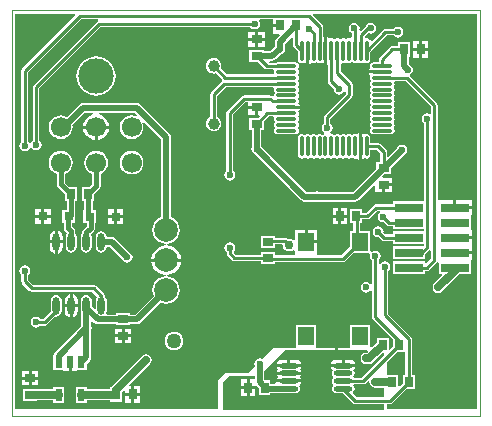
<source format=gtl>
G04 Layer_Physical_Order=1*
G04 Layer_Color=255*
%FSLAX24Y24*%
%MOIN*%
G70*
G01*
G75*
%ADD10R,0.0276X0.0354*%
%ADD11R,0.0354X0.0276*%
%ADD12R,0.0236X0.0394*%
%ADD13O,0.0709X0.0118*%
%ADD14O,0.0118X0.0709*%
%ADD15R,0.0315X0.0315*%
%ADD16R,0.0945X0.0299*%
%ADD17R,0.0551X0.0610*%
%ADD18O,0.0236X0.0591*%
%ADD19O,0.0630X0.0189*%
%ADD20C,0.0250*%
%ADD21C,0.0200*%
%ADD22C,0.0150*%
%ADD23C,0.0100*%
%ADD24C,0.0098*%
%ADD25C,0.0098*%
%ADD26C,0.0005*%
%ADD27C,0.0394*%
%ADD28C,0.0669*%
%ADD29C,0.1181*%
%ADD30C,0.0787*%
%ADD31C,0.0500*%
%ADD32C,0.0236*%
%ADD33C,0.0240*%
%ADD34C,0.0300*%
G36*
X17580Y8580D02*
Y2050D01*
X14600D01*
Y2228D01*
X14686D01*
X14686Y2228D01*
X14729Y2236D01*
X14765Y2261D01*
X15237Y2733D01*
X15513D01*
Y3207D01*
X15428D01*
Y4394D01*
X15428Y4394D01*
X15419Y4437D01*
X15395Y4474D01*
X15395Y4474D01*
X14622Y5246D01*
Y6671D01*
X14638Y6682D01*
X14678Y6741D01*
X14692Y6810D01*
X14678Y6879D01*
X14638Y6938D01*
X14579Y6978D01*
X14510Y6992D01*
X14441Y6978D01*
X14382Y6938D01*
X14362Y6909D01*
X14312Y6924D01*
Y7021D01*
X14328Y7032D01*
X14368Y7091D01*
X14382Y7160D01*
X14368Y7229D01*
X14328Y7288D01*
X14269Y7328D01*
X14200Y7342D01*
X14131Y7328D01*
X14086Y7298D01*
X14040Y7316D01*
X14036Y7320D01*
Y8005D01*
X13692D01*
Y8258D01*
X13758D01*
Y8383D01*
X13935D01*
X13935Y8383D01*
X13978Y8391D01*
X14015Y8415D01*
X14267Y8668D01*
X14346D01*
X14361Y8618D01*
X14332Y8598D01*
X14292Y8539D01*
X14278Y8470D01*
X14292Y8401D01*
X14332Y8342D01*
X14391Y8302D01*
X14460Y8288D01*
X14479Y8292D01*
X14571Y8201D01*
X14571Y8201D01*
X14607Y8176D01*
X14650Y8168D01*
X14650Y8168D01*
X14778D01*
Y8070D01*
X15818D01*
Y7990D01*
X14778D01*
Y7892D01*
X14536D01*
X14468Y7961D01*
X14472Y7980D01*
X14458Y8049D01*
X14418Y8108D01*
X14359Y8148D01*
X14290Y8162D01*
X14221Y8148D01*
X14162Y8108D01*
X14122Y8049D01*
X14108Y7980D01*
X14122Y7911D01*
X14162Y7852D01*
X14221Y7812D01*
X14290Y7798D01*
X14309Y7802D01*
X14411Y7701D01*
X14411Y7701D01*
X14447Y7676D01*
X14490Y7668D01*
X14490Y7668D01*
X14778D01*
Y7570D01*
X15818D01*
Y7506D01*
X15801Y7490D01*
X14778D01*
Y7070D01*
X15842D01*
Y7214D01*
X15996Y7367D01*
X16046Y7348D01*
Y7075D01*
X15892Y6921D01*
X15842Y6942D01*
Y6990D01*
X14778D01*
Y6570D01*
X15842D01*
Y6668D01*
X15910D01*
X15910Y6668D01*
X15953Y6676D01*
X15989Y6701D01*
X16237Y6949D01*
X16237Y6949D01*
X16261Y6984D01*
X16263Y6984D01*
X16265Y6984D01*
X16294Y6966D01*
X16313Y6940D01*
Y6570D01*
X16418D01*
X16437Y6524D01*
X16167Y6253D01*
X16126Y6192D01*
X16111Y6120D01*
X16126Y6048D01*
X16167Y5987D01*
X16228Y5946D01*
X16300Y5931D01*
X16372Y5946D01*
X16433Y5987D01*
X16973Y6527D01*
X17003Y6570D01*
X17378D01*
Y6982D01*
X17378Y6990D01*
X17396Y7032D01*
X17416D01*
Y7230D01*
X16845D01*
Y7330D01*
X17416D01*
Y7482D01*
X17416Y7528D01*
X17416Y7578D01*
Y7730D01*
X16845D01*
Y7830D01*
X17416D01*
Y8028D01*
X17396D01*
X17378Y8070D01*
X17378Y8078D01*
Y8482D01*
X17378Y8490D01*
X17396Y8532D01*
X17416D01*
Y8730D01*
X16845D01*
Y8780D01*
X16795D01*
Y9028D01*
X16320D01*
X16275Y9028D01*
X16270Y9076D01*
Y12202D01*
X16262Y12245D01*
X16237Y12281D01*
X16237Y12281D01*
X15353Y13166D01*
X15352Y13170D01*
X15360Y13226D01*
X15361Y13226D01*
X15398Y13252D01*
X15438Y13311D01*
X15452Y13380D01*
X15438Y13449D01*
X15398Y13508D01*
X15339Y13548D01*
X15331Y13549D01*
X15318Y13563D01*
Y13813D01*
X15352D01*
Y14287D01*
X14957D01*
Y14162D01*
X14760D01*
X14717Y14154D01*
X14681Y14129D01*
X14681Y14129D01*
X14345Y13794D01*
X14321Y13757D01*
X14312Y13714D01*
X14312Y13714D01*
Y13624D01*
X14129D01*
X14083Y13615D01*
X14043Y13589D01*
X14017Y13549D01*
X14008Y13503D01*
X14017Y13456D01*
X14034Y13431D01*
X14016Y13419D01*
X13981Y13367D01*
X13979Y13356D01*
X14424D01*
Y13256D01*
X13979D01*
X13981Y13244D01*
X14016Y13192D01*
X14034Y13180D01*
X14017Y13155D01*
X14008Y13109D01*
X14017Y13063D01*
X14043Y13023D01*
Y12998D01*
X14017Y12959D01*
X14008Y12912D01*
X14017Y12866D01*
X14043Y12826D01*
Y12801D01*
X14017Y12762D01*
X14008Y12715D01*
X14017Y12669D01*
X14043Y12629D01*
Y12604D01*
X14017Y12565D01*
X14008Y12518D01*
X14017Y12472D01*
X14043Y12433D01*
Y12407D01*
X14017Y12368D01*
X14008Y12322D01*
X14017Y12275D01*
X14043Y12236D01*
Y12211D01*
X14017Y12171D01*
X14008Y12125D01*
X14017Y12078D01*
X14043Y12039D01*
Y12014D01*
X14017Y11974D01*
X14008Y11928D01*
X14017Y11881D01*
X14043Y11842D01*
Y11817D01*
X14017Y11777D01*
X14008Y11731D01*
X14017Y11685D01*
X14043Y11645D01*
Y11620D01*
X14017Y11581D01*
X14008Y11534D01*
X14017Y11488D01*
X14043Y11448D01*
Y11423D01*
X14017Y11384D01*
X14008Y11337D01*
X14017Y11291D01*
X14043Y11251D01*
X14083Y11225D01*
X14129Y11216D01*
X14720D01*
X14766Y11225D01*
X14806Y11251D01*
X14832Y11291D01*
X14841Y11337D01*
X14832Y11384D01*
X14806Y11423D01*
Y11448D01*
X14832Y11488D01*
X14841Y11534D01*
X14832Y11581D01*
X14806Y11620D01*
Y11645D01*
X14832Y11685D01*
X14841Y11731D01*
X14832Y11777D01*
X14806Y11817D01*
Y11842D01*
X14832Y11881D01*
X14841Y11928D01*
X14832Y11974D01*
X14806Y12014D01*
Y12039D01*
X14832Y12078D01*
X14841Y12125D01*
X14832Y12171D01*
X14806Y12211D01*
Y12236D01*
X14832Y12275D01*
X14841Y12322D01*
X14832Y12368D01*
X14806Y12407D01*
Y12433D01*
X14832Y12472D01*
X14841Y12518D01*
X14832Y12565D01*
X14806Y12604D01*
Y12629D01*
X14832Y12669D01*
X14841Y12715D01*
X14832Y12762D01*
X14806Y12801D01*
Y12826D01*
X14832Y12866D01*
X14841Y12912D01*
X14834Y12947D01*
X14862Y12997D01*
X15205D01*
X16046Y12155D01*
Y11930D01*
X16007Y11909D01*
X15996Y11908D01*
X15930Y11922D01*
X15861Y11908D01*
X15802Y11868D01*
X15762Y11809D01*
X15748Y11740D01*
X15762Y11671D01*
X15802Y11612D01*
X15818Y11601D01*
Y8990D01*
X14778D01*
Y8892D01*
X14221D01*
X14221Y8892D01*
X14178Y8884D01*
X14141Y8859D01*
X14141Y8859D01*
X13889Y8607D01*
X13758D01*
Y8732D01*
X13363D01*
Y8258D01*
X13468D01*
Y8005D01*
X13364D01*
Y7492D01*
X13059Y7187D01*
X12264D01*
X12263Y7236D01*
X12263Y7237D01*
Y7590D01*
X11889D01*
Y7640D01*
X11839D01*
Y8043D01*
X11515D01*
Y7714D01*
X11465Y7692D01*
X11412Y7728D01*
X11330Y7744D01*
X11284Y7735D01*
X11274Y7745D01*
X11238Y7769D01*
X11195Y7777D01*
X11195Y7777D01*
X10847D01*
Y7843D01*
X10373D01*
Y7448D01*
X10847D01*
Y7553D01*
X11097D01*
X11116Y7530D01*
X11132Y7448D01*
X11179Y7379D01*
X11248Y7332D01*
X11330Y7316D01*
X11412Y7332D01*
X11465Y7368D01*
X11515Y7346D01*
Y7237D01*
X11515Y7236D01*
X11514Y7187D01*
X10847D01*
Y7292D01*
X10373D01*
Y7212D01*
X9546D01*
X9496Y7263D01*
X9478Y7312D01*
X9518Y7371D01*
X9532Y7440D01*
X9518Y7509D01*
X9478Y7568D01*
X9419Y7608D01*
X9350Y7622D01*
X9281Y7608D01*
X9222Y7568D01*
X9182Y7509D01*
X9168Y7440D01*
X9182Y7371D01*
X9222Y7312D01*
X9238Y7301D01*
Y7250D01*
X9238Y7250D01*
X9246Y7207D01*
X9271Y7171D01*
X9421Y7021D01*
X9457Y6996D01*
X9500Y6988D01*
X9500Y6988D01*
X10373D01*
Y6897D01*
X10847D01*
Y6963D01*
X13106D01*
X13106Y6963D01*
X13149Y6971D01*
X13185Y6995D01*
X13464Y7275D01*
X14002D01*
X14030Y7233D01*
X14031Y7225D01*
X14018Y7160D01*
X14032Y7091D01*
X14072Y7032D01*
X14088Y7021D01*
Y6249D01*
X14038Y6234D01*
X14028Y6248D01*
X13969Y6288D01*
X13900Y6302D01*
X13831Y6288D01*
X13772Y6248D01*
X13732Y6189D01*
X13718Y6120D01*
X13732Y6051D01*
X13772Y5992D01*
X13831Y5952D01*
X13900Y5938D01*
X13969Y5952D01*
X14028Y5992D01*
X14038Y6006D01*
X14088Y5991D01*
Y5130D01*
X14088Y5130D01*
X14096Y5087D01*
X14121Y5051D01*
X14798Y4374D01*
Y4156D01*
X14688Y4047D01*
X14642Y4066D01*
Y4447D01*
X14247D01*
Y4279D01*
X14093Y4125D01*
X14037Y4140D01*
X14036Y4145D01*
X14036Y4150D01*
Y4875D01*
X13364D01*
Y4150D01*
X13364Y4145D01*
X13352Y4100D01*
X12237D01*
X12225Y4145D01*
X12225Y4150D01*
Y4875D01*
X11553D01*
Y4150D01*
X11553Y4145D01*
X11541Y4100D01*
X10810D01*
X10432Y3722D01*
X10409Y3738D01*
X10340Y3752D01*
X10271Y3738D01*
X10212Y3698D01*
X10172Y3640D01*
X10158Y3570D01*
X10172Y3501D01*
X10177Y3494D01*
Y3467D01*
X9960Y3250D01*
X9200D01*
X8950Y3000D01*
X8950Y2050D01*
X2200D01*
Y15240D01*
X4186D01*
X4205Y15193D01*
X2431Y13419D01*
X2406Y13383D01*
X2398Y13340D01*
X2398Y13340D01*
Y10979D01*
X2382Y10968D01*
X2342Y10909D01*
X2328Y10840D01*
X2342Y10771D01*
X2382Y10712D01*
X2440Y10672D01*
X2510Y10658D01*
X2580Y10672D01*
X2638Y10712D01*
X2678Y10771D01*
X2679Y10779D01*
X2732Y10786D01*
X2762Y10742D01*
X2821Y10702D01*
X2890Y10688D01*
X2959Y10702D01*
X3018Y10742D01*
X3058Y10801D01*
X3072Y10870D01*
X3058Y10939D01*
X3018Y10998D01*
X3002Y11009D01*
Y12754D01*
X5036Y14788D01*
X10031D01*
X10042Y14772D01*
X10101Y14732D01*
X10170Y14718D01*
X10239Y14732D01*
X10298Y14772D01*
X10338Y14831D01*
X10352Y14900D01*
X10338Y14969D01*
X10312Y15008D01*
X10338Y15058D01*
X10778D01*
Y14900D01*
X11014D01*
Y14800D01*
X10778D01*
Y14574D01*
X10994D01*
X11013Y14528D01*
X10895Y14410D01*
X10859Y14357D01*
X10847Y14294D01*
Y14156D01*
X10842Y14149D01*
X10841Y14141D01*
X10697Y13998D01*
X10477D01*
Y14032D01*
X10003D01*
Y13637D01*
X10279D01*
X10492Y13423D01*
X10492Y13423D01*
X10529Y13399D01*
X10572Y13391D01*
X10798D01*
X10826Y13341D01*
X10819Y13306D01*
X10826Y13270D01*
X10799Y13220D01*
X9248D01*
X9053Y13415D01*
X9060Y13434D01*
X9069Y13501D01*
X9060Y13568D01*
X9034Y13630D01*
X8993Y13684D01*
X8940Y13725D01*
X8877Y13751D01*
X8810Y13760D01*
X8743Y13751D01*
X8680Y13725D01*
X8627Y13684D01*
X8586Y13630D01*
X8560Y13568D01*
X8551Y13501D01*
X8560Y13434D01*
X8586Y13371D01*
X8627Y13317D01*
X8680Y13276D01*
X8743Y13250D01*
X8810Y13242D01*
X8877Y13250D01*
X8895Y13258D01*
X9096Y13057D01*
X9089Y12994D01*
X9083Y12991D01*
X9083Y12991D01*
X8731Y12639D01*
X8707Y12603D01*
X8699Y12560D01*
Y11811D01*
X8680Y11804D01*
X8627Y11763D01*
X8586Y11709D01*
X8560Y11646D01*
X8551Y11579D01*
X8560Y11512D01*
X8586Y11450D01*
X8627Y11396D01*
X8680Y11355D01*
X8743Y11329D01*
X8810Y11320D01*
X8877Y11329D01*
X8940Y11355D01*
X8993Y11396D01*
X9034Y11450D01*
X9060Y11512D01*
X9069Y11579D01*
X9060Y11646D01*
X9034Y11709D01*
X8993Y11763D01*
X8940Y11804D01*
X8921Y11811D01*
Y12514D01*
X9208Y12801D01*
X10799D01*
X10826Y12751D01*
X10819Y12715D01*
X10828Y12669D01*
X10854Y12629D01*
Y12604D01*
X10828Y12565D01*
X10819Y12518D01*
X10821Y12508D01*
X10775Y12484D01*
X10769Y12489D01*
X10733Y12514D01*
X10690Y12522D01*
X10690Y12522D01*
X9820D01*
X9820Y12522D01*
X9777Y12514D01*
X9741Y12489D01*
X9741Y12489D01*
X9261Y12009D01*
X9236Y11973D01*
X9228Y11930D01*
X9228Y11930D01*
Y9993D01*
X9222Y9988D01*
X9182Y9929D01*
X9168Y9860D01*
X9182Y9791D01*
X9222Y9732D01*
X9281Y9692D01*
X9350Y9678D01*
X9419Y9692D01*
X9478Y9732D01*
X9518Y9791D01*
X9532Y9860D01*
X9518Y9929D01*
X9478Y9988D01*
X9452Y10006D01*
Y11884D01*
X9866Y12298D01*
X9964D01*
Y12166D01*
X10240D01*
Y12116D01*
X10290D01*
Y11879D01*
X10331D01*
X10350Y11833D01*
X10279Y11762D01*
X10003D01*
Y11367D01*
X10077D01*
Y10812D01*
X10072Y10805D01*
X10058Y10735D01*
X10072Y10666D01*
X10112Y10607D01*
X10171Y10568D01*
X10179Y10566D01*
X11720Y9025D01*
X11773Y8989D01*
X11835Y8977D01*
X11835Y8977D01*
X12174D01*
X12181Y8972D01*
X12250Y8958D01*
X12319Y8972D01*
X12326Y8977D01*
X13524D01*
X13587Y8989D01*
X13640Y9025D01*
X14148Y9533D01*
X14194Y9514D01*
Y9298D01*
X14420D01*
Y9534D01*
X14470D01*
Y9584D01*
X14746D01*
Y9771D01*
X14451D01*
X14432Y9817D01*
X14503Y9888D01*
X14707D01*
Y10092D01*
X15146Y10531D01*
X15154Y10532D01*
X15213Y10572D01*
X15252Y10631D01*
X15266Y10700D01*
X15252Y10769D01*
X15213Y10828D01*
X15154Y10868D01*
X15084Y10882D01*
X15015Y10868D01*
X14956Y10828D01*
X14917Y10769D01*
X14915Y10761D01*
X14628Y10475D01*
X14582Y10494D01*
Y10640D01*
X14574Y10683D01*
X14549Y10719D01*
X14549Y10719D01*
X14364Y10905D01*
X14327Y10929D01*
X14284Y10938D01*
X14284Y10938D01*
X14034D01*
Y11121D01*
X14025Y11167D01*
X13999Y11207D01*
X13959Y11233D01*
X13913Y11242D01*
X13866Y11233D01*
X13841Y11216D01*
X13829Y11234D01*
X13777Y11269D01*
X13766Y11271D01*
Y10826D01*
Y10380D01*
X13777Y10382D01*
X13829Y10417D01*
X13841Y10435D01*
X13866Y10418D01*
X13913Y10409D01*
X13959Y10418D01*
X13999Y10444D01*
X14025Y10484D01*
X14034Y10530D01*
Y10713D01*
X14238D01*
X14358Y10594D01*
Y10283D01*
X14233D01*
Y10079D01*
X13457Y9303D01*
X12326D01*
X12319Y9308D01*
X12250Y9322D01*
X12181Y9308D01*
X12174Y9303D01*
X11903D01*
X10409Y10797D01*
X10408Y10805D01*
X10403Y10812D01*
Y11367D01*
X10477D01*
Y11643D01*
X10650Y11816D01*
X10798D01*
X10826Y11766D01*
X10819Y11731D01*
X10828Y11685D01*
X10854Y11645D01*
Y11620D01*
X10828Y11581D01*
X10819Y11534D01*
X10828Y11488D01*
X10854Y11448D01*
Y11423D01*
X10828Y11384D01*
X10819Y11337D01*
X10828Y11291D01*
X10854Y11251D01*
X10894Y11225D01*
X10940Y11216D01*
X11531D01*
X11577Y11225D01*
X11617Y11251D01*
X11643Y11291D01*
X11652Y11337D01*
X11643Y11384D01*
X11617Y11423D01*
Y11448D01*
X11643Y11488D01*
X11652Y11534D01*
X11643Y11581D01*
X11617Y11620D01*
Y11645D01*
X11643Y11685D01*
X11652Y11731D01*
X11643Y11777D01*
X11617Y11817D01*
Y11842D01*
X11643Y11881D01*
X11652Y11928D01*
X11643Y11974D01*
X11626Y11999D01*
X11644Y12011D01*
X11679Y12063D01*
X11681Y12075D01*
X11236D01*
Y12175D01*
X11681D01*
X11679Y12186D01*
X11644Y12238D01*
X11626Y12250D01*
X11643Y12275D01*
X11652Y12322D01*
X11643Y12368D01*
X11617Y12407D01*
Y12433D01*
X11643Y12472D01*
X11652Y12518D01*
X11643Y12565D01*
X11617Y12604D01*
Y12629D01*
X11643Y12669D01*
X11652Y12715D01*
X11643Y12762D01*
X11617Y12801D01*
Y12826D01*
X11643Y12866D01*
X11652Y12912D01*
X11643Y12959D01*
X11633Y12974D01*
X11621Y13011D01*
X11633Y13047D01*
X11643Y13063D01*
X11652Y13109D01*
X11643Y13155D01*
X11617Y13195D01*
Y13220D01*
X11643Y13259D01*
X11652Y13306D01*
X11643Y13352D01*
X11617Y13392D01*
Y13417D01*
X11643Y13456D01*
X11652Y13503D01*
X11643Y13549D01*
X11617Y13589D01*
X11577Y13615D01*
X11531Y13624D01*
X10940D01*
X10894Y13615D01*
X10658D01*
X10654Y13621D01*
X10680Y13671D01*
X10764D01*
X10827Y13684D01*
X10880Y13719D01*
X11071Y13911D01*
X11079Y13912D01*
X11138Y13952D01*
X11178Y14011D01*
X11192Y14080D01*
X11178Y14149D01*
X11173Y14156D01*
Y14227D01*
X11408Y14462D01*
X11454Y14443D01*
Y14196D01*
X11463Y14154D01*
X11487Y14117D01*
X11626Y13978D01*
Y13719D01*
X11635Y13673D01*
X11661Y13633D01*
X11701Y13607D01*
X11747Y13598D01*
X11794Y13607D01*
X11819Y13624D01*
X11831Y13606D01*
X11883Y13571D01*
X11894Y13569D01*
Y14014D01*
X11994D01*
Y13569D01*
X12006Y13571D01*
X12058Y13606D01*
X12070Y13624D01*
X12095Y13607D01*
X12141Y13598D01*
X12187Y13607D01*
X12227Y13633D01*
X12252D01*
X12291Y13607D01*
X12338Y13598D01*
X12384Y13607D01*
X12409Y13624D01*
X12421Y13606D01*
X12473Y13571D01*
X12485Y13569D01*
Y14014D01*
Y14474D01*
X12450Y14498D01*
Y14812D01*
X12441Y14855D01*
X12417Y14891D01*
X12417Y14891D01*
X12115Y15193D01*
X12134Y15240D01*
X17580D01*
Y8580D01*
D02*
G37*
G36*
X15193Y3973D02*
X15203Y3927D01*
Y3207D01*
X15118D01*
Y2931D01*
X15008Y2821D01*
X14962Y2841D01*
Y3207D01*
X14600D01*
Y3641D01*
X14931Y3973D01*
X15193D01*
D02*
G37*
G36*
X13981Y2986D02*
X14003Y2973D01*
X14016Y2908D01*
X14057Y2847D01*
X14067Y2837D01*
X14128Y2796D01*
X14200Y2781D01*
X14500D01*
Y2452D01*
X13578D01*
X13448Y2582D01*
X13453Y2632D01*
X13457Y2635D01*
X13492Y2686D01*
X13504Y2746D01*
X13492Y2806D01*
X13470Y2839D01*
X13469Y2842D01*
X13491Y2891D01*
X13798D01*
X13802Y2890D01*
X13845Y2898D01*
X13881Y2923D01*
X13953Y2995D01*
X13981Y2986D01*
D02*
G37*
G36*
X4968Y15008D02*
X4947Y15004D01*
X4911Y14979D01*
X4911Y14979D01*
X2811Y12879D01*
X2786Y12843D01*
X2778Y12800D01*
X2778Y12800D01*
Y11009D01*
X2762Y10998D01*
X2722Y10939D01*
X2721Y10931D01*
X2668Y10924D01*
X2638Y10968D01*
X2622Y10979D01*
Y13294D01*
X4386Y15058D01*
X4963D01*
X4968Y15008D01*
D02*
G37*
G36*
X13941Y3974D02*
X13906Y3939D01*
X13900D01*
X13828Y3924D01*
X13767Y3883D01*
X13726Y3822D01*
X13711Y3750D01*
X13726Y3678D01*
X13767Y3617D01*
X13828Y3576D01*
X13900Y3561D01*
X13984D01*
X14057Y3576D01*
X14118Y3617D01*
X14450Y3949D01*
X14500Y3928D01*
Y3859D01*
X13755Y3113D01*
X13491D01*
X13469Y3163D01*
X13492Y3198D01*
X13504Y3258D01*
X13492Y3318D01*
X13463Y3360D01*
X13485Y3375D01*
X13528Y3439D01*
X13533Y3464D01*
X13126D01*
X12718D01*
X12723Y3439D01*
X12766Y3375D01*
X12788Y3360D01*
X12760Y3318D01*
X12748Y3258D01*
X12760Y3198D01*
X12794Y3147D01*
Y3113D01*
X12760Y3062D01*
X12748Y3002D01*
X12760Y2942D01*
X12781Y2909D01*
X12790Y2874D01*
X12781Y2839D01*
X12760Y2806D01*
X12748Y2746D01*
X12760Y2686D01*
X12794Y2635D01*
X12845Y2601D01*
X12905Y2589D01*
X13124D01*
X13452Y2261D01*
X13452Y2261D01*
X13489Y2236D01*
X13532Y2228D01*
X13532Y2228D01*
X14500D01*
Y2040D01*
X9130D01*
Y2980D01*
X9330Y3180D01*
X10177Y3180D01*
Y3056D01*
X10004D01*
Y2830D01*
X10231D01*
X10241Y2834D01*
X10308Y2767D01*
Y2543D01*
X10703D01*
Y2583D01*
X11314D01*
X11343Y2589D01*
X11535D01*
X11595Y2601D01*
X11646Y2635D01*
X11680Y2686D01*
X11692Y2746D01*
X11680Y2806D01*
X11652Y2848D01*
X11674Y2863D01*
X11717Y2927D01*
X11722Y2952D01*
X11314D01*
X10900D01*
X10868Y2909D01*
X10703D01*
Y3017D01*
X10519D01*
X10503Y3033D01*
Y3323D01*
X11170Y4020D01*
X11870D01*
X13922Y4020D01*
X13941Y3974D01*
D02*
G37*
%LPC*%
G36*
X3510Y7583D02*
X3339D01*
Y7456D01*
X3356Y7371D01*
X3404Y7300D01*
X3476Y7252D01*
X3510Y7245D01*
Y7583D01*
D02*
G37*
G36*
X5060Y7992D02*
X4990Y7978D01*
X4932Y7939D01*
X4892Y7880D01*
X4878Y7810D01*
Y7456D01*
X4892Y7386D01*
X4932Y7327D01*
X4990Y7288D01*
X5060Y7274D01*
X5129Y7288D01*
X5188Y7327D01*
X5228Y7386D01*
X5242Y7456D01*
Y7470D01*
X5349D01*
X5761Y7059D01*
X5762Y7051D01*
X5802Y6992D01*
X5861Y6952D01*
X5930Y6938D01*
X5999Y6952D01*
X6058Y6992D01*
X6098Y7051D01*
X6112Y7120D01*
X6098Y7189D01*
X6058Y7248D01*
X5999Y7288D01*
X5991Y7289D01*
X5532Y7748D01*
X5479Y7784D01*
X5417Y7796D01*
X5242D01*
Y7810D01*
X5228Y7880D01*
X5188Y7939D01*
X5129Y7978D01*
X5060Y7992D01*
D02*
G37*
G36*
X6066Y4454D02*
X5840D01*
Y4268D01*
X6066D01*
Y4454D01*
D02*
G37*
G36*
X5740D02*
X5514D01*
Y4268D01*
X5740D01*
Y4454D01*
D02*
G37*
G36*
X7490Y4643D02*
X7409Y4632D01*
X7334Y4601D01*
X7269Y4551D01*
X7219Y4486D01*
X7188Y4411D01*
X7177Y4330D01*
X7188Y4249D01*
X7219Y4174D01*
X7269Y4109D01*
X7334Y4059D01*
X7409Y4028D01*
X7490Y4017D01*
X7571Y4028D01*
X7646Y4059D01*
X7711Y4109D01*
X7761Y4174D01*
X7792Y4249D01*
X7803Y4330D01*
X7792Y4411D01*
X7761Y4486D01*
X7711Y4551D01*
X7646Y4601D01*
X7571Y4632D01*
X7490Y4643D01*
D02*
G37*
G36*
X4110Y5895D02*
Y5557D01*
X4281D01*
Y5684D01*
X4264Y5769D01*
X4216Y5840D01*
X4144Y5888D01*
X4110Y5895D01*
D02*
G37*
G36*
X7714Y6980D02*
X7224D01*
X6734D01*
X6745Y6902D01*
X6794Y6782D01*
X6873Y6679D01*
X6976Y6600D01*
X7096Y6551D01*
X7192Y6538D01*
X7207Y6536D01*
Y6485D01*
X7192Y6483D01*
X7106Y6472D01*
X6995Y6426D01*
X6901Y6354D01*
X6828Y6259D01*
X6782Y6148D01*
X6767Y6030D01*
X6782Y5912D01*
X6809Y5846D01*
X6178Y5215D01*
X6027D01*
Y5253D01*
X5553D01*
Y5215D01*
X5250D01*
X5231Y5252D01*
X5229Y5265D01*
X5242Y5330D01*
Y5684D01*
X5228Y5754D01*
X5188Y5813D01*
X5172Y5823D01*
Y5840D01*
X5164Y5883D01*
X5139Y5919D01*
X5139Y5919D01*
X4889Y6169D01*
X4853Y6194D01*
X4810Y6202D01*
X4810Y6202D01*
X2786D01*
X2622Y6366D01*
Y6541D01*
X2638Y6552D01*
X2678Y6611D01*
X2692Y6680D01*
X2678Y6749D01*
X2638Y6808D01*
X2580Y6848D01*
X2510Y6862D01*
X2440Y6848D01*
X2382Y6808D01*
X2342Y6749D01*
X2328Y6680D01*
X2342Y6611D01*
X2382Y6552D01*
X2398Y6541D01*
Y6320D01*
X2398Y6320D01*
X2406Y6277D01*
X2431Y6241D01*
X2661Y6011D01*
X2661Y6011D01*
X2697Y5986D01*
X2740Y5978D01*
X2740Y5978D01*
X4764D01*
X4930Y5811D01*
X4892Y5754D01*
X4878Y5684D01*
Y5414D01*
X4832Y5395D01*
X4742Y5486D01*
Y5684D01*
X4728Y5754D01*
X4688Y5813D01*
X4629Y5852D01*
X4560Y5866D01*
X4491Y5852D01*
X4432Y5813D01*
X4392Y5754D01*
X4378Y5684D01*
Y5330D01*
X4392Y5260D01*
X4397Y5253D01*
Y4826D01*
X4392Y4820D01*
X4391Y4811D01*
X3531Y3951D01*
X3495Y3898D01*
X3491Y3878D01*
X3468D01*
Y3364D01*
X3803D01*
Y3326D01*
X3970D01*
Y3621D01*
X4070D01*
Y3326D01*
X4237D01*
Y3364D01*
X4572D01*
Y3569D01*
X4675Y3672D01*
X4711Y3725D01*
X4723Y3787D01*
Y4674D01*
X4728Y4681D01*
X4742Y4750D01*
X4728Y4820D01*
X4723Y4826D01*
Y4977D01*
X4769Y4997D01*
X4829Y4936D01*
X4882Y4901D01*
X4945Y4889D01*
X5553D01*
Y4858D01*
X6027D01*
Y4889D01*
X6246D01*
X6308Y4901D01*
X6361Y4936D01*
X7040Y5615D01*
X7106Y5588D01*
X7224Y5572D01*
X7343Y5588D01*
X7453Y5634D01*
X7548Y5706D01*
X7620Y5801D01*
X7666Y5912D01*
X7682Y6030D01*
X7666Y6148D01*
X7620Y6259D01*
X7548Y6354D01*
X7453Y6426D01*
X7343Y6472D01*
X7257Y6483D01*
X7241Y6485D01*
Y6536D01*
X7257Y6538D01*
X7353Y6551D01*
X7472Y6600D01*
X7575Y6679D01*
X7654Y6782D01*
X7704Y6902D01*
X7714Y6980D01*
D02*
G37*
G36*
X4281Y5457D02*
X4110D01*
Y5119D01*
X4144Y5126D01*
X4216Y5174D01*
X4264Y5245D01*
X4281Y5330D01*
Y5457D01*
D02*
G37*
G36*
X3560Y5866D02*
X3490Y5852D01*
X3432Y5813D01*
X3392Y5754D01*
X3378Y5684D01*
Y5330D01*
X3381Y5319D01*
X3134Y5072D01*
X3029D01*
X3018Y5088D01*
X2959Y5128D01*
X2890Y5142D01*
X2821Y5128D01*
X2762Y5088D01*
X2722Y5030D01*
X2708Y4960D01*
X2722Y4891D01*
X2762Y4832D01*
X2821Y4792D01*
X2890Y4778D01*
X2959Y4792D01*
X3018Y4832D01*
X3029Y4848D01*
X3180D01*
X3180Y4848D01*
X3223Y4856D01*
X3259Y4881D01*
X3532Y5154D01*
X3560Y5148D01*
X3629Y5162D01*
X3688Y5201D01*
X3728Y5260D01*
X3742Y5330D01*
Y5684D01*
X3728Y5754D01*
X3688Y5813D01*
X3629Y5852D01*
X3560Y5866D01*
D02*
G37*
G36*
X4010Y5457D02*
X3839D01*
Y5330D01*
X3856Y5245D01*
X3904Y5174D01*
X3976Y5126D01*
X4010Y5119D01*
Y5457D01*
D02*
G37*
G36*
X5740Y4741D02*
X5514D01*
Y4554D01*
X5740D01*
Y4741D01*
D02*
G37*
G36*
X6066D02*
X5840D01*
Y4554D01*
X6066D01*
Y4741D01*
D02*
G37*
G36*
X4010Y5895D02*
X3976Y5888D01*
X3904Y5840D01*
X3856Y5769D01*
X3839Y5684D01*
Y5557D01*
X4010D01*
Y5895D01*
D02*
G37*
G36*
X6342Y2826D02*
X6156D01*
Y2600D01*
X6342D01*
Y2826D01*
D02*
G37*
G36*
X6560Y3889D02*
X6488Y3874D01*
X6427Y3833D01*
X5421Y2828D01*
X5394Y2787D01*
X5357D01*
Y2727D01*
X4572D01*
Y2796D01*
X4216D01*
Y2592D01*
X4205Y2539D01*
X4216Y2486D01*
Y2282D01*
X4572D01*
Y2350D01*
X5357D01*
Y2313D01*
X5752D01*
Y2625D01*
X5823Y2696D01*
X5869Y2677D01*
Y2600D01*
X6056D01*
Y2826D01*
X6018D01*
X5999Y2872D01*
X6693Y3567D01*
X6734Y3628D01*
X6749Y3700D01*
X6734Y3772D01*
X6693Y3833D01*
X6632Y3874D01*
X6560Y3889D01*
D02*
G37*
G36*
X3824Y2796D02*
X3468D01*
Y2733D01*
X2927D01*
Y2742D01*
X2453D01*
Y2347D01*
X2927D01*
Y2356D01*
X3468D01*
Y2282D01*
X3824D01*
Y2486D01*
X3835Y2539D01*
X3824Y2592D01*
Y2796D01*
D02*
G37*
G36*
X6056Y2500D02*
X5869D01*
Y2274D01*
X6056D01*
Y2500D01*
D02*
G37*
G36*
X6342D02*
X6156D01*
Y2274D01*
X6342D01*
Y2500D01*
D02*
G37*
G36*
X2966Y3332D02*
X2740D01*
Y3146D01*
X2966D01*
Y3332D01*
D02*
G37*
G36*
X2640D02*
X2414D01*
Y3146D01*
X2640D01*
Y3332D01*
D02*
G37*
G36*
Y3046D02*
X2414D01*
Y2859D01*
X2640D01*
Y3046D01*
D02*
G37*
G36*
X2966D02*
X2740D01*
Y2859D01*
X2966D01*
Y3046D01*
D02*
G37*
G36*
X3781Y7583D02*
X3610D01*
Y7245D01*
X3644Y7252D01*
X3716Y7300D01*
X3764Y7371D01*
X3781Y7456D01*
Y7583D01*
D02*
G37*
G36*
X6250Y12263D02*
X4450D01*
X4387Y12251D01*
X4334Y12215D01*
X3918Y11799D01*
X3908Y11807D01*
X3812Y11846D01*
X3709Y11860D01*
X3606Y11846D01*
X3510Y11807D01*
X3427Y11743D01*
X3364Y11661D01*
X3324Y11565D01*
X3311Y11462D01*
X3324Y11359D01*
X3364Y11263D01*
X3427Y11180D01*
X3510Y11117D01*
X3606Y11077D01*
X3709Y11064D01*
X3812Y11077D01*
X3908Y11117D01*
X3990Y11180D01*
X4054Y11263D01*
X4093Y11359D01*
X4107Y11462D01*
X4099Y11519D01*
X4517Y11937D01*
X4797D01*
X4801Y11887D01*
X4777Y11884D01*
X4672Y11840D01*
X4581Y11771D01*
X4512Y11680D01*
X4468Y11575D01*
X4460Y11512D01*
X4890D01*
X5320D01*
X5312Y11575D01*
X5268Y11680D01*
X5199Y11771D01*
X5108Y11840D01*
X5003Y11884D01*
X4979Y11887D01*
X4983Y11937D01*
X6182D01*
X6251Y11869D01*
X6222Y11826D01*
X6174Y11846D01*
X6071Y11860D01*
X5968Y11846D01*
X5872Y11807D01*
X5790Y11743D01*
X5726Y11661D01*
X5687Y11565D01*
X5673Y11462D01*
X5687Y11359D01*
X5726Y11263D01*
X5790Y11180D01*
X5872Y11117D01*
X5968Y11077D01*
X6071Y11064D01*
X6174Y11077D01*
X6270Y11117D01*
X6353Y11180D01*
X6416Y11263D01*
X6456Y11359D01*
X6469Y11462D01*
X6456Y11565D01*
X6436Y11613D01*
X6478Y11641D01*
X7067Y11052D01*
Y8456D01*
X6995Y8426D01*
X6901Y8354D01*
X6828Y8259D01*
X6782Y8148D01*
X6767Y8030D01*
X6782Y7912D01*
X6828Y7801D01*
X6901Y7706D01*
X6995Y7634D01*
X7106Y7588D01*
X7192Y7577D01*
X7207Y7575D01*
Y7524D01*
X7192Y7522D01*
X7096Y7509D01*
X6976Y7460D01*
X6873Y7381D01*
X6794Y7278D01*
X6745Y7158D01*
X6734Y7080D01*
X7224D01*
X7714D01*
X7704Y7158D01*
X7654Y7278D01*
X7575Y7381D01*
X7472Y7460D01*
X7353Y7509D01*
X7257Y7522D01*
X7241Y7524D01*
Y7575D01*
X7257Y7577D01*
X7343Y7588D01*
X7453Y7634D01*
X7548Y7706D01*
X7620Y7801D01*
X7666Y7912D01*
X7682Y8030D01*
X7666Y8148D01*
X7620Y8259D01*
X7548Y8354D01*
X7453Y8426D01*
X7393Y8451D01*
Y11120D01*
X7381Y11182D01*
X7345Y11235D01*
X6365Y12215D01*
X6312Y12251D01*
X6250Y12263D01*
D02*
G37*
G36*
X5320Y11412D02*
X4940D01*
Y11032D01*
X5003Y11040D01*
X5108Y11084D01*
X5199Y11153D01*
X5268Y11243D01*
X5312Y11349D01*
X5320Y11412D01*
D02*
G37*
G36*
X4890Y13816D02*
X4762Y13804D01*
X4640Y13767D01*
X4527Y13706D01*
X4428Y13625D01*
X4346Y13526D01*
X4286Y13413D01*
X4249Y13290D01*
X4236Y13163D01*
X4249Y13035D01*
X4286Y12912D01*
X4346Y12799D01*
X4428Y12700D01*
X4527Y12619D01*
X4640Y12559D01*
X4762Y12521D01*
X4890Y12509D01*
X5018Y12521D01*
X5140Y12559D01*
X5253Y12619D01*
X5352Y12700D01*
X5434Y12799D01*
X5494Y12912D01*
X5531Y13035D01*
X5544Y13163D01*
X5531Y13290D01*
X5494Y13413D01*
X5434Y13526D01*
X5352Y13625D01*
X5253Y13706D01*
X5140Y13767D01*
X5018Y13804D01*
X4890Y13816D01*
D02*
G37*
G36*
X10190Y12066D02*
X9964D01*
Y11879D01*
X10190D01*
Y12066D01*
D02*
G37*
G36*
X14746Y9484D02*
X14520D01*
Y9298D01*
X14746D01*
Y9484D01*
D02*
G37*
G36*
X16895Y9028D02*
Y8830D01*
X17416D01*
Y9028D01*
X16895D01*
D02*
G37*
G36*
X4840Y11412D02*
X4460D01*
X4468Y11349D01*
X4512Y11243D01*
X4581Y11153D01*
X4672Y11084D01*
X4777Y11040D01*
X4840Y11032D01*
Y11412D01*
D02*
G37*
G36*
X6071Y10679D02*
X5968Y10665D01*
X5872Y10625D01*
X5790Y10562D01*
X5726Y10480D01*
X5687Y10384D01*
X5673Y10281D01*
X5687Y10178D01*
X5726Y10082D01*
X5790Y9999D01*
X5872Y9936D01*
X5968Y9896D01*
X6071Y9883D01*
X6174Y9896D01*
X6270Y9936D01*
X6353Y9999D01*
X6416Y10082D01*
X6456Y10178D01*
X6469Y10281D01*
X6456Y10384D01*
X6416Y10480D01*
X6353Y10562D01*
X6270Y10625D01*
X6174Y10665D01*
X6071Y10679D01*
D02*
G37*
G36*
X15656Y14000D02*
X15469D01*
Y13774D01*
X15656D01*
Y14000D01*
D02*
G37*
G36*
X10190Y14622D02*
X9964D01*
Y14436D01*
X10190D01*
Y14622D01*
D02*
G37*
G36*
X10516Y14336D02*
X10290D01*
Y14149D01*
X10516D01*
Y14336D01*
D02*
G37*
G36*
X14040Y14942D02*
X13971Y14928D01*
X13912Y14888D01*
X13885Y14849D01*
X13871Y14839D01*
X13708Y14677D01*
X13662Y14701D01*
X13672Y14750D01*
X13658Y14819D01*
X13618Y14878D01*
X13559Y14918D01*
X13490Y14932D01*
X13421Y14918D01*
X13362Y14878D01*
X13322Y14819D01*
X13308Y14750D01*
X13322Y14681D01*
X13362Y14622D01*
X13407Y14591D01*
Y14452D01*
X13357Y14424D01*
X13322Y14431D01*
X13276Y14422D01*
X13236Y14396D01*
X13211D01*
X13172Y14422D01*
X13125Y14431D01*
X13079Y14422D01*
X13039Y14396D01*
X13014D01*
X12975Y14422D01*
X12928Y14431D01*
X12882Y14422D01*
X12843Y14396D01*
X12817D01*
X12778Y14422D01*
X12732Y14431D01*
X12685Y14422D01*
X12660Y14405D01*
X12648Y14423D01*
X12596Y14458D01*
X12585Y14460D01*
Y14014D01*
Y13555D01*
X12619Y13531D01*
Y12988D01*
X12619Y12988D01*
X12628Y12946D01*
X12652Y12909D01*
X12822Y12739D01*
X12818Y12720D01*
X12832Y12651D01*
X12872Y12592D01*
X12931Y12552D01*
X13000Y12538D01*
X13069Y12552D01*
X13128Y12592D01*
X13168Y12651D01*
X13168Y12651D01*
X13218Y12646D01*
Y12576D01*
X12511Y11869D01*
X12486Y11833D01*
X12478Y11790D01*
X12478Y11790D01*
Y11569D01*
X12462Y11558D01*
X12422Y11499D01*
X12408Y11430D01*
X12422Y11361D01*
X12462Y11302D01*
X12488Y11284D01*
X12488Y11260D01*
X12481Y11228D01*
X12449Y11207D01*
X12424D01*
X12384Y11233D01*
X12338Y11242D01*
X12291Y11233D01*
X12252Y11207D01*
X12227D01*
X12187Y11233D01*
X12141Y11242D01*
X12095Y11233D01*
X12055Y11207D01*
X12030D01*
X11991Y11233D01*
X11944Y11242D01*
X11898Y11233D01*
X11858Y11207D01*
X11833D01*
X11794Y11233D01*
X11747Y11242D01*
X11701Y11233D01*
X11661Y11207D01*
X11635Y11167D01*
X11626Y11121D01*
Y10530D01*
X11635Y10484D01*
X11661Y10444D01*
X11701Y10418D01*
X11747Y10409D01*
X11794Y10418D01*
X11833Y10444D01*
X11858D01*
X11898Y10418D01*
X11944Y10409D01*
X11991Y10418D01*
X12030Y10444D01*
X12055D01*
X12095Y10418D01*
X12141Y10409D01*
X12187Y10418D01*
X12227Y10444D01*
X12252D01*
X12291Y10418D01*
X12338Y10409D01*
X12384Y10418D01*
X12424Y10444D01*
X12449D01*
X12488Y10418D01*
X12535Y10409D01*
X12581Y10418D01*
X12621Y10444D01*
X12646D01*
X12685Y10418D01*
X12732Y10409D01*
X12778Y10418D01*
X12817Y10444D01*
X12843D01*
X12882Y10418D01*
X12928Y10409D01*
X12975Y10418D01*
X13014Y10444D01*
X13039D01*
X13079Y10418D01*
X13125Y10409D01*
X13172Y10418D01*
X13211Y10444D01*
X13236D01*
X13276Y10418D01*
X13322Y10409D01*
X13369Y10418D01*
X13408Y10444D01*
X13433D01*
X13473Y10418D01*
X13519Y10409D01*
X13565Y10418D01*
X13590Y10435D01*
X13602Y10417D01*
X13654Y10382D01*
X13666Y10380D01*
Y10826D01*
Y11271D01*
X13654Y11269D01*
X13602Y11234D01*
X13590Y11216D01*
X13565Y11233D01*
X13519Y11242D01*
X13473Y11233D01*
X13433Y11207D01*
X13408D01*
X13369Y11233D01*
X13322Y11242D01*
X13276Y11233D01*
X13236Y11207D01*
X13211D01*
X13172Y11233D01*
X13125Y11242D01*
X13079Y11233D01*
X13039Y11207D01*
X13014D01*
X12975Y11233D01*
X12928Y11242D01*
X12882Y11233D01*
X12843Y11207D01*
X12817D01*
X12778Y11233D01*
X12732Y11242D01*
X12714Y11239D01*
X12695Y11286D01*
X12718Y11302D01*
X12758Y11361D01*
X12772Y11430D01*
X12758Y11499D01*
X12718Y11558D01*
X12702Y11569D01*
Y11744D01*
X13409Y12451D01*
X13434Y12487D01*
X13442Y12530D01*
X13442Y12530D01*
Y12880D01*
X13442Y12880D01*
X13434Y12923D01*
X13409Y12959D01*
X13409Y12959D01*
X13041Y13328D01*
Y13577D01*
X13091Y13605D01*
X13125Y13598D01*
X13172Y13607D01*
X13211Y13633D01*
X13236D01*
X13276Y13607D01*
X13322Y13598D01*
X13369Y13607D01*
X13408Y13633D01*
X13433D01*
X13473Y13607D01*
X13519Y13598D01*
X13565Y13607D01*
X13605Y13633D01*
X13630D01*
X13669Y13607D01*
X13716Y13598D01*
X13762Y13607D01*
X13802Y13633D01*
X13827D01*
X13866Y13607D01*
X13913Y13598D01*
X13959Y13607D01*
X13999Y13633D01*
X14025Y13673D01*
X14034Y13719D01*
Y13977D01*
X14575Y14518D01*
X14811D01*
X14822Y14502D01*
X14881Y14462D01*
X14950Y14448D01*
X15019Y14462D01*
X15078Y14502D01*
X15118Y14561D01*
X15132Y14630D01*
X15118Y14699D01*
X15078Y14758D01*
X15019Y14798D01*
X14950Y14812D01*
X14881Y14798D01*
X14822Y14758D01*
X14811Y14742D01*
X14528D01*
X14485Y14734D01*
X14449Y14709D01*
X14449Y14709D01*
X14079Y14340D01*
X14025Y14356D01*
X14025Y14356D01*
X13999Y14396D01*
X13959Y14422D01*
X13913Y14431D01*
X13897Y14428D01*
X13850Y14460D01*
X13847Y14498D01*
X13953Y14604D01*
X13971Y14592D01*
X14040Y14578D01*
X14109Y14592D01*
X14168Y14632D01*
X14208Y14691D01*
X14222Y14760D01*
X14208Y14829D01*
X14168Y14888D01*
X14109Y14928D01*
X14040Y14942D01*
D02*
G37*
G36*
X10516Y14622D02*
X10290D01*
Y14436D01*
X10516D01*
Y14622D01*
D02*
G37*
G36*
X15656Y14326D02*
X15469D01*
Y14100D01*
X15656D01*
Y14326D01*
D02*
G37*
G36*
X15942Y14000D02*
X15756D01*
Y13774D01*
X15942D01*
Y14000D01*
D02*
G37*
G36*
X10190Y14336D02*
X9964D01*
Y14149D01*
X10190D01*
Y14336D01*
D02*
G37*
G36*
X15942Y14326D02*
X15756D01*
Y14100D01*
X15942D01*
Y14326D01*
D02*
G37*
G36*
X12959Y8445D02*
X12773D01*
Y8219D01*
X12959D01*
Y8445D01*
D02*
G37*
G36*
X12263Y8043D02*
X11939D01*
Y7690D01*
X12263D01*
Y8043D01*
D02*
G37*
G36*
X5493Y8430D02*
X5287D01*
Y8224D01*
X5493D01*
Y8430D01*
D02*
G37*
G36*
X13245Y8445D02*
X13059D01*
Y8219D01*
X13245D01*
Y8445D01*
D02*
G37*
G36*
X4890Y10679D02*
X4787Y10665D01*
X4691Y10625D01*
X4609Y10562D01*
X4545Y10480D01*
X4506Y10384D01*
X4492Y10281D01*
X4506Y10178D01*
X4545Y10082D01*
X4609Y9999D01*
X4691Y9936D01*
X4762Y9906D01*
Y9552D01*
X4678Y9467D01*
X4418D01*
Y8993D01*
X4498D01*
Y8697D01*
X4459D01*
Y8263D01*
X4579D01*
Y8164D01*
X4463Y8047D01*
X4433Y8003D01*
X4422Y7950D01*
Y7925D01*
X4392Y7880D01*
X4378Y7810D01*
Y7456D01*
X4392Y7386D01*
X4432Y7327D01*
X4491Y7288D01*
X4560Y7274D01*
X4629Y7288D01*
X4688Y7327D01*
X4728Y7386D01*
X4742Y7456D01*
Y7810D01*
X4728Y7880D01*
X4710Y7906D01*
X4814Y8010D01*
X4844Y8054D01*
X4855Y8107D01*
Y8263D01*
X4894D01*
Y8697D01*
X4773D01*
Y8993D01*
X4813D01*
Y9213D01*
X4997Y9397D01*
X5027Y9442D01*
X5038Y9495D01*
Y9915D01*
X5089Y9936D01*
X5171Y9999D01*
X5235Y10082D01*
X5274Y10178D01*
X5288Y10281D01*
X5274Y10384D01*
X5235Y10480D01*
X5171Y10562D01*
X5089Y10625D01*
X4993Y10665D01*
X4890Y10679D01*
D02*
G37*
G36*
X3709D02*
X3606Y10665D01*
X3510Y10625D01*
X3427Y10562D01*
X3364Y10480D01*
X3324Y10384D01*
X3311Y10281D01*
X3324Y10178D01*
X3364Y10082D01*
X3427Y9999D01*
X3510Y9936D01*
X3581Y9906D01*
Y9556D01*
X3592Y9503D01*
X3622Y9459D01*
X3867Y9213D01*
Y8993D01*
X3907D01*
Y8707D01*
X3766D01*
Y8273D01*
X3815D01*
Y8097D01*
X3826Y8044D01*
X3856Y8000D01*
X3922Y7933D01*
Y7925D01*
X3892Y7880D01*
X3878Y7810D01*
Y7456D01*
X3892Y7386D01*
X3932Y7327D01*
X3990Y7288D01*
X4060Y7274D01*
X4130Y7288D01*
X4188Y7327D01*
X4228Y7386D01*
X4242Y7456D01*
Y7810D01*
X4228Y7880D01*
X4198Y7925D01*
Y7990D01*
X4187Y8043D01*
X4157Y8087D01*
X4157Y8087D01*
X4091Y8154D01*
Y8273D01*
X4201D01*
Y8707D01*
X4182D01*
Y8993D01*
X4262D01*
Y9467D01*
X4002D01*
X3857Y9613D01*
Y9915D01*
X3908Y9936D01*
X3990Y9999D01*
X4054Y10082D01*
X4093Y10178D01*
X4107Y10281D01*
X4093Y10384D01*
X4054Y10480D01*
X3990Y10562D01*
X3908Y10625D01*
X3812Y10665D01*
X3709Y10679D01*
D02*
G37*
G36*
X3610Y8021D02*
Y7683D01*
X3781D01*
Y7810D01*
X3764Y7895D01*
X3716Y7966D01*
X3644Y8014D01*
X3610Y8021D01*
D02*
G37*
G36*
X3510D02*
X3476Y8014D01*
X3404Y7966D01*
X3356Y7895D01*
X3339Y7810D01*
Y7683D01*
X3510D01*
Y8021D01*
D02*
G37*
G36*
X5799Y8430D02*
X5593D01*
Y8224D01*
X5799D01*
Y8430D01*
D02*
G37*
G36*
X3373Y8746D02*
X3167D01*
Y8540D01*
X3373D01*
Y8746D01*
D02*
G37*
G36*
X3067D02*
X2861D01*
Y8540D01*
X3067D01*
Y8746D01*
D02*
G37*
G36*
X13245Y8770D02*
X13059D01*
Y8545D01*
X13245D01*
Y8770D01*
D02*
G37*
G36*
X12959D02*
X12773D01*
Y8545D01*
X12959D01*
Y8770D01*
D02*
G37*
G36*
X3373Y8440D02*
X3167D01*
Y8234D01*
X3373D01*
Y8440D01*
D02*
G37*
G36*
X3067D02*
X2861D01*
Y8234D01*
X3067D01*
Y8440D01*
D02*
G37*
G36*
X5799Y8736D02*
X5593D01*
Y8530D01*
X5799D01*
Y8736D01*
D02*
G37*
G36*
X5493D02*
X5287D01*
Y8530D01*
X5493D01*
Y8736D01*
D02*
G37*
G36*
X11535Y3711D02*
X11364D01*
Y3564D01*
X11722D01*
X11717Y3589D01*
X11674Y3653D01*
X11610Y3696D01*
X11535Y3711D01*
D02*
G37*
G36*
X13346D02*
X13176D01*
Y3564D01*
X13533D01*
X13528Y3589D01*
X13485Y3653D01*
X13421Y3696D01*
X13346Y3711D01*
D02*
G37*
G36*
X13076D02*
X12905D01*
X12830Y3696D01*
X12766Y3653D01*
X12723Y3589D01*
X12718Y3564D01*
X13076D01*
Y3711D01*
D02*
G37*
G36*
X10191Y2730D02*
X10004D01*
Y2504D01*
X10191D01*
Y2730D01*
D02*
G37*
G36*
X9904D02*
X9718D01*
Y2504D01*
X9904D01*
Y2730D01*
D02*
G37*
G36*
Y3056D02*
X9718D01*
Y2830D01*
X9904D01*
Y3056D01*
D02*
G37*
G36*
X11722Y3464D02*
X11314D01*
X10907D01*
X10912Y3439D01*
X10948Y3386D01*
X10912Y3333D01*
X10907Y3308D01*
X11314D01*
X11722D01*
X11717Y3333D01*
X11681Y3386D01*
X11717Y3439D01*
X11722Y3464D01*
D02*
G37*
G36*
X11264Y3711D02*
X11094D01*
X11019Y3696D01*
X10955Y3653D01*
X10912Y3589D01*
X10907Y3564D01*
X11264D01*
Y3711D01*
D02*
G37*
G36*
X11722Y3208D02*
X11314D01*
X10907D01*
X10912Y3183D01*
X10948Y3130D01*
X10912Y3077D01*
X10907Y3052D01*
X11314D01*
X11722D01*
X11717Y3077D01*
X11681Y3130D01*
X11717Y3183D01*
X11722Y3208D01*
D02*
G37*
%LPD*%
D10*
X6106Y2550D02*
D03*
X5554D02*
D03*
X10506Y2780D02*
D03*
X9954D02*
D03*
X13560Y8495D02*
D03*
X13009D02*
D03*
X15154Y14050D02*
D03*
X15706D02*
D03*
X11566Y14850D02*
D03*
X11014D02*
D03*
X14444Y4210D02*
D03*
X14996D02*
D03*
X14764Y2970D02*
D03*
X15316D02*
D03*
X4064Y9230D02*
D03*
X4616D02*
D03*
D11*
X5790Y4504D02*
D03*
Y5056D02*
D03*
X14470Y10086D02*
D03*
Y9534D02*
D03*
X10240Y11564D02*
D03*
Y12116D02*
D03*
Y13834D02*
D03*
Y14386D02*
D03*
X10610Y7646D02*
D03*
Y7094D02*
D03*
X2690Y3096D02*
D03*
Y2544D02*
D03*
D12*
X4394Y3621D02*
D03*
X4020D02*
D03*
X3646D02*
D03*
Y2539D02*
D03*
X4394D02*
D03*
D13*
X11236Y13503D02*
D03*
Y13306D02*
D03*
Y13109D02*
D03*
Y12912D02*
D03*
Y12715D02*
D03*
Y12518D02*
D03*
Y12322D02*
D03*
Y12125D02*
D03*
Y11928D02*
D03*
Y11731D02*
D03*
Y11534D02*
D03*
Y11337D02*
D03*
X14424D02*
D03*
Y11534D02*
D03*
Y11731D02*
D03*
Y11928D02*
D03*
Y12125D02*
D03*
Y12322D02*
D03*
Y12518D02*
D03*
Y12715D02*
D03*
Y12912D02*
D03*
Y13109D02*
D03*
Y13306D02*
D03*
Y13503D02*
D03*
D14*
X11747Y10826D02*
D03*
X11944D02*
D03*
X12141D02*
D03*
X12338D02*
D03*
X12535D02*
D03*
X12732D02*
D03*
X12928D02*
D03*
X13125D02*
D03*
X13322D02*
D03*
X13519D02*
D03*
X13716D02*
D03*
X13913D02*
D03*
Y14014D02*
D03*
X13716D02*
D03*
X13519D02*
D03*
X13322D02*
D03*
X13125D02*
D03*
X12928D02*
D03*
X12732D02*
D03*
X12535D02*
D03*
X12338D02*
D03*
X12141D02*
D03*
X11944D02*
D03*
X11747D02*
D03*
D15*
X3117Y8490D02*
D03*
X3983D02*
D03*
X5543Y8480D02*
D03*
X4677D02*
D03*
D16*
X16845Y6780D02*
D03*
X15310D02*
D03*
X16845Y7280D02*
D03*
X15310D02*
D03*
X16845Y7780D02*
D03*
X15310D02*
D03*
X16845Y8280D02*
D03*
X15310D02*
D03*
X16845Y8780D02*
D03*
X15310D02*
D03*
D17*
X13700Y4510D02*
D03*
Y7640D02*
D03*
X11889Y4510D02*
D03*
Y7640D02*
D03*
D18*
X3560Y5507D02*
D03*
X4060D02*
D03*
X4560D02*
D03*
X5060D02*
D03*
X3560Y7633D02*
D03*
X4060D02*
D03*
X4560D02*
D03*
X5060D02*
D03*
D19*
X11314Y3514D02*
D03*
Y3258D02*
D03*
Y3002D02*
D03*
Y2746D02*
D03*
X13126Y3514D02*
D03*
Y3258D02*
D03*
Y3002D02*
D03*
Y2746D02*
D03*
D20*
X3640Y2544D02*
X3646Y2539D01*
X2690Y2544D02*
X3640D01*
X5543Y2539D02*
X5554Y2550D01*
X4394Y2539D02*
X5543D01*
X5554Y2550D02*
Y2694D01*
X6560Y3700D01*
X16840Y6660D02*
Y6775D01*
X16300Y6120D02*
X16840Y6660D01*
Y6775D02*
X16845Y6780D01*
X14200Y2970D02*
X14764D01*
X14190Y2980D02*
X14200Y2970D01*
X13984Y3750D02*
X14444Y4210D01*
X13900Y3750D02*
X13984D01*
D21*
X10340Y2965D02*
X10559Y2746D01*
X3646Y3621D02*
Y3836D01*
X4560Y4750D01*
X4394Y3621D02*
X4560Y3787D01*
Y4750D01*
Y5437D02*
Y5507D01*
Y4750D02*
Y5437D01*
X4945Y5052D02*
X5786D01*
X5790Y5056D01*
X5794Y5052D01*
X6246D01*
X4560Y5437D02*
X4945Y5052D01*
X6246D02*
X7224Y6030D01*
X3719Y11369D02*
X4450Y12100D01*
X12250Y9140D02*
X13524D01*
X14470Y10086D01*
X15154Y13496D02*
Y14050D01*
Y13496D02*
X15270Y13380D01*
X14470Y10086D02*
X15084Y10700D01*
X11010Y14294D02*
X11566Y14850D01*
X11010Y14080D02*
Y14294D01*
X10764Y13834D02*
X11010Y14080D01*
X10240Y13834D02*
X10764D01*
X10240Y10735D02*
Y11564D01*
X7230Y8320D02*
X7240Y8310D01*
X7230Y8320D02*
Y11120D01*
X10240Y10735D02*
X11835Y9140D01*
X5417Y7633D02*
X5930Y7120D01*
X5060Y7633D02*
X5417D01*
X10559Y2746D02*
X11314D01*
X4450Y12100D02*
X6250D01*
X10340Y2965D02*
Y3570D01*
X6250Y12100D02*
X7230Y11120D01*
X11835Y9140D02*
X12250D01*
D22*
X4635Y8542D02*
X4717Y8460D01*
X4635Y8542D02*
Y9230D01*
X4045Y8542D02*
Y9230D01*
X3953Y8450D02*
X4045Y8542D01*
X4060Y7633D02*
Y7990D01*
X3953Y8097D02*
X4060Y7990D01*
X3953Y8097D02*
Y8450D01*
X4560Y7633D02*
Y7950D01*
X4717Y8107D01*
Y8460D01*
X4635Y9230D02*
X4900Y9495D01*
Y10188D01*
X3719Y9556D02*
X4045Y9230D01*
X3719Y9556D02*
Y10188D01*
D23*
X13106Y7075D02*
X13741Y7710D01*
X10535Y7100D02*
X10585Y7050D01*
X12590Y11430D02*
Y11790D01*
X12928Y13282D02*
Y14014D01*
Y13282D02*
X13330Y12880D01*
Y12530D02*
Y12880D01*
X12590Y11790D02*
X13330Y12530D01*
X12732Y12988D02*
Y14014D01*
Y12988D02*
X13000Y12720D01*
X14510Y5200D02*
Y6810D01*
X14200Y5130D02*
Y7160D01*
X14290Y7980D02*
X14490Y7780D01*
X13950Y14760D02*
X14040D01*
X13718Y14528D02*
X13950Y14760D01*
X13718Y14017D02*
Y14528D01*
X13519Y14014D02*
Y14721D01*
X13490Y14750D02*
X13519Y14721D01*
X13716Y14014D02*
X13718Y14017D01*
X14460Y8470D02*
X14650Y8280D01*
X15310D01*
X14490Y7780D02*
X15310D01*
X13913Y14014D02*
X14528Y14630D01*
X14950D01*
X15930Y7460D02*
Y11740D01*
X15251Y13109D02*
X16158Y12202D01*
X15910Y6780D02*
X16158Y7028D01*
Y12202D01*
X14424Y13109D02*
X15251D01*
X15750Y7280D02*
X15930Y7460D01*
X15310Y7280D02*
X15750D01*
X15310Y6780D02*
X15910D01*
X9340Y11930D02*
X9820Y12410D01*
X10690D01*
X10778Y12322D01*
X11236D01*
X13802Y3002D02*
X14996Y4196D01*
Y4210D01*
X14510Y5200D02*
X15316Y4394D01*
Y2970D02*
Y4394D01*
X14200Y5130D02*
X14996Y4334D01*
Y4210D02*
Y4334D01*
X14686Y2340D02*
X15316Y2970D01*
X13532Y2340D02*
X14686D01*
X13126Y2746D02*
X13532Y2340D01*
X14221Y8780D02*
X15310D01*
X13935Y8495D02*
X14221Y8780D01*
X14760Y14050D02*
X15154D01*
X14424Y13714D02*
X14760Y14050D01*
X14424Y13503D02*
Y13714D01*
X14470Y10086D02*
Y10640D01*
X14284Y10826D02*
X14470Y10640D01*
X13913Y10826D02*
X14284D01*
X10240Y13834D02*
X10572Y13503D01*
X11236D01*
X10240Y11564D02*
X10603Y11928D01*
X11236D01*
X4990Y14900D02*
X10170D01*
X2890Y12800D02*
X4990Y14900D01*
X12338Y14014D02*
Y14812D01*
X11980Y15170D02*
X12338Y14812D01*
X4340Y15170D02*
X11980D01*
X12141Y14014D02*
Y14589D01*
X12000Y14730D02*
X12141Y14589D01*
X9350Y7250D02*
Y7440D01*
Y7250D02*
X9500Y7100D01*
X10535D01*
X9340Y9870D02*
X9350Y9860D01*
X9340Y9870D02*
Y11930D01*
X10585Y7050D02*
X10610Y7075D01*
X2510Y13340D02*
X4340Y15170D01*
X2510Y10840D02*
Y13340D01*
Y6320D02*
Y6680D01*
Y6320D02*
X2740Y6090D01*
X4810D01*
X5060Y5840D01*
Y5507D02*
Y5840D01*
X13560Y8495D02*
X13935D01*
X13580Y7871D02*
Y8495D01*
Y7871D02*
X13741Y7710D01*
X11195Y7665D02*
X11330Y7530D01*
X10610Y7665D02*
X11195D01*
X10610Y7075D02*
X13106D01*
X3560Y5340D02*
Y5507D01*
X3180Y4960D02*
X3560Y5340D01*
X2890Y4960D02*
X3180D01*
X2890Y10870D02*
Y12800D01*
D24*
X13126Y3002D02*
X13802D01*
X9202Y13109D02*
X11236D01*
X12880Y3759D02*
X12900Y3779D01*
X12880Y3759D02*
Y4280D01*
X8810Y13501D02*
X9202Y13109D01*
X8810Y11579D02*
Y12560D01*
X9162Y12912D01*
X11236D01*
D25*
X11566Y14196D02*
Y14850D01*
Y14196D02*
X11747Y14014D01*
D26*
X2080Y15360D02*
X17700D01*
Y1840D02*
Y15360D01*
X2080Y1840D02*
X17700D01*
X2080D02*
Y15360D01*
D27*
X8810Y13501D02*
D03*
Y11579D02*
D03*
D28*
X3709Y10281D02*
D03*
X4890D02*
D03*
X6071D02*
D03*
Y11462D02*
D03*
X3709D02*
D03*
X4890D02*
D03*
D29*
Y13163D02*
D03*
D30*
X7224Y8030D02*
D03*
Y7030D02*
D03*
Y6030D02*
D03*
D31*
X7490Y4330D02*
D03*
D32*
X6560Y3700D02*
D03*
X4560Y4750D02*
D03*
X16300Y6120D02*
D03*
X12590Y11430D02*
D03*
X13000Y12720D02*
D03*
X14510Y6810D02*
D03*
X14200Y7160D02*
D03*
X14290Y7980D02*
D03*
X14040Y14760D02*
D03*
X13490Y14750D02*
D03*
X14460Y8470D02*
D03*
X14950Y14630D02*
D03*
X15930Y11740D02*
D03*
X14190Y2980D02*
D03*
X13900Y3750D02*
D03*
Y6120D02*
D03*
X15270Y13380D02*
D03*
X15084Y10700D02*
D03*
X11010Y14080D02*
D03*
X10240Y10735D02*
D03*
X10170Y14900D02*
D03*
X12000Y14730D02*
D03*
X9350Y7440D02*
D03*
Y9860D02*
D03*
X2510Y10840D02*
D03*
Y6680D02*
D03*
X2890Y4960D02*
D03*
Y10870D02*
D03*
X5930Y7120D02*
D03*
X10340Y3570D02*
D03*
X12250Y9140D02*
D03*
D33*
X15650Y13160D02*
D03*
X15450Y5470D02*
D03*
X10280Y9550D02*
D03*
X15270Y9800D02*
D03*
X15610Y12120D02*
D03*
X16360Y12570D02*
D03*
X13460Y11620D02*
D03*
X12020Y12310D02*
D03*
X8850Y7470D02*
D03*
X12790Y5330D02*
D03*
X10010Y8320D02*
D03*
X11680Y8690D02*
D03*
X5540Y9350D02*
D03*
X3170Y9210D02*
D03*
X8280Y3540D02*
D03*
X5510Y6670D02*
D03*
X6260Y8360D02*
D03*
X8190Y7710D02*
D03*
X10550Y5640D02*
D03*
X3730Y4890D02*
D03*
X6220Y5840D02*
D03*
X3960Y12320D02*
D03*
X10070Y7430D02*
D03*
X12980Y6720D02*
D03*
X12930Y7500D02*
D03*
X8530Y6780D02*
D03*
X10870Y8530D02*
D03*
X9120Y8360D02*
D03*
X7250Y11810D02*
D03*
X6850Y10320D02*
D03*
X3250Y13710D02*
D03*
X3540Y12990D02*
D03*
X12030Y10020D02*
D03*
X8060Y9490D02*
D03*
D34*
X11330Y7530D02*
D03*
M02*

</source>
